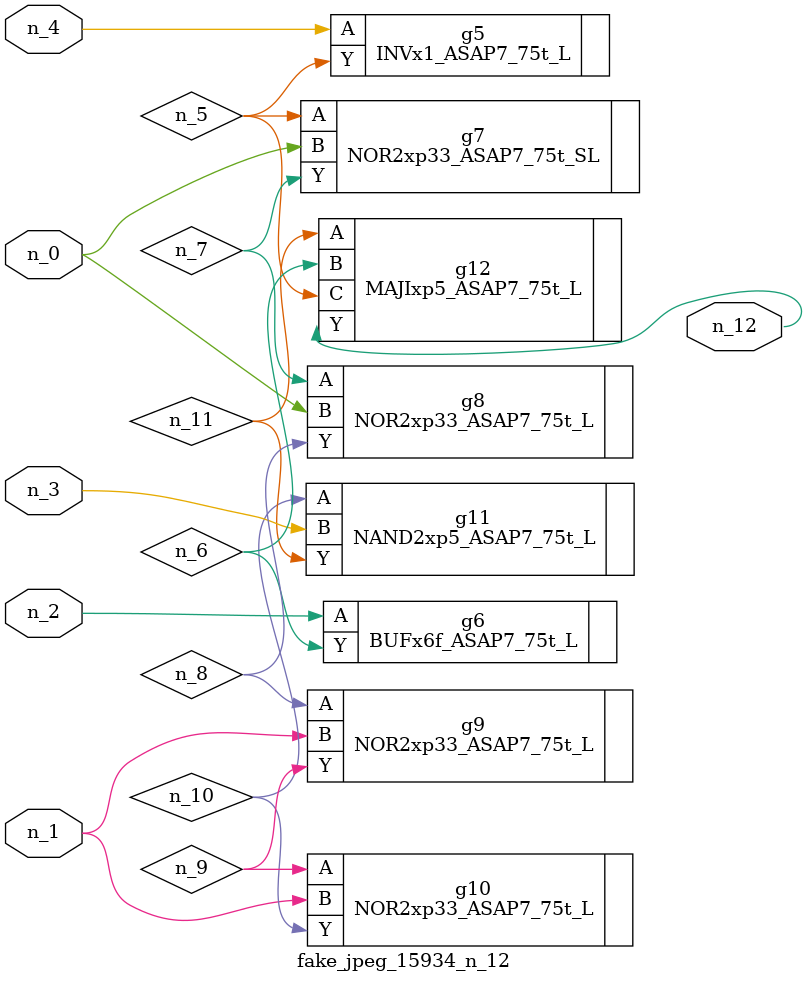
<source format=v>
module fake_jpeg_15934_n_12 (n_3, n_2, n_1, n_0, n_4, n_12);

input n_3;
input n_2;
input n_1;
input n_0;
input n_4;

output n_12;

wire n_11;
wire n_10;
wire n_8;
wire n_9;
wire n_6;
wire n_5;
wire n_7;

INVx1_ASAP7_75t_L g5 ( 
.A(n_4),
.Y(n_5)
);

BUFx6f_ASAP7_75t_L g6 ( 
.A(n_2),
.Y(n_6)
);

NOR2xp33_ASAP7_75t_SL g7 ( 
.A(n_5),
.B(n_0),
.Y(n_7)
);

NOR2xp33_ASAP7_75t_L g8 ( 
.A(n_7),
.B(n_0),
.Y(n_8)
);

NOR2xp33_ASAP7_75t_L g9 ( 
.A(n_8),
.B(n_1),
.Y(n_9)
);

NOR2xp33_ASAP7_75t_L g10 ( 
.A(n_9),
.B(n_1),
.Y(n_10)
);

NAND2xp5_ASAP7_75t_L g11 ( 
.A(n_10),
.B(n_3),
.Y(n_11)
);

MAJIxp5_ASAP7_75t_L g12 ( 
.A(n_11),
.B(n_6),
.C(n_5),
.Y(n_12)
);


endmodule
</source>
